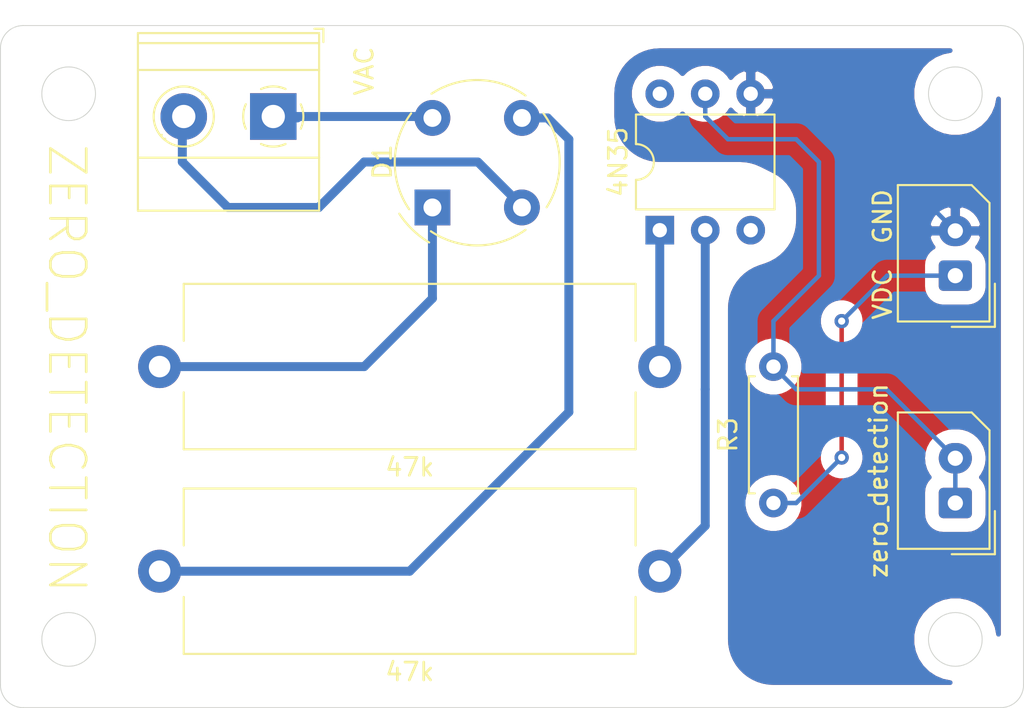
<source format=kicad_pcb>
(kicad_pcb (version 20171130) (host pcbnew "(5.1.8)-1")

  (general
    (thickness 1.6)
    (drawings 14)
    (tracks 43)
    (zones 0)
    (modules 8)
    (nets 12)
  )

  (page A4)
  (layers
    (0 F.Cu signal)
    (31 B.Cu signal)
    (32 B.Adhes user)
    (33 F.Adhes user)
    (34 B.Paste user)
    (35 F.Paste user)
    (36 B.SilkS user)
    (37 F.SilkS user)
    (38 B.Mask user)
    (39 F.Mask user)
    (40 Dwgs.User user)
    (41 Cmts.User user)
    (42 Eco1.User user)
    (43 Eco2.User user)
    (44 Edge.Cuts user)
    (45 Margin user)
    (46 B.CrtYd user)
    (47 F.CrtYd user)
    (48 B.Fab user)
    (49 F.Fab user)
  )

  (setup
    (last_trace_width 0.5)
    (trace_clearance 0.2)
    (zone_clearance 0.762)
    (zone_45_only no)
    (trace_min 0.2)
    (via_size 0.8)
    (via_drill 0.4)
    (via_min_size 0.4)
    (via_min_drill 0.3)
    (uvia_size 0.3)
    (uvia_drill 0.1)
    (uvias_allowed no)
    (uvia_min_size 0.2)
    (uvia_min_drill 0.1)
    (edge_width 0.05)
    (segment_width 0.2)
    (pcb_text_width 0.3)
    (pcb_text_size 1.5 1.5)
    (mod_edge_width 0.12)
    (mod_text_size 1 1)
    (mod_text_width 0.15)
    (pad_size 1.524 1.524)
    (pad_drill 0.762)
    (pad_to_mask_clearance 0)
    (aux_axis_origin 0 0)
    (visible_elements 7FFFFFFF)
    (pcbplotparams
      (layerselection 0x010fc_ffffffff)
      (usegerberextensions false)
      (usegerberattributes true)
      (usegerberadvancedattributes true)
      (creategerberjobfile true)
      (excludeedgelayer true)
      (linewidth 0.100000)
      (plotframeref false)
      (viasonmask false)
      (mode 1)
      (useauxorigin false)
      (hpglpennumber 1)
      (hpglpenspeed 20)
      (hpglpendiameter 15.000000)
      (psnegative false)
      (psa4output false)
      (plotreference true)
      (plotvalue true)
      (plotinvisibletext false)
      (padsonsilk false)
      (subtractmaskfromsilk false)
      (outputformat 1)
      (mirror false)
      (drillshape 0)
      (scaleselection 1)
      (outputdirectory "C:/Users/hjpark/Documents/kiCad/heating/final_edge/gerber_final/zero_detection/"))
  )

  (net 0 "")
  (net 1 "Net-(D1-Pad1)")
  (net 2 "Net-(D1-Pad3)")
  (net 3 "Net-(D1-Pad2)")
  (net 4 "Net-(D1-Pad4)")
  (net 5 "Net-(J2-Pad1)")
  (net 6 "Net-(J3-Pad1)")
  (net 7 "Net-(R1-Pad1)")
  (net 8 "Net-(R2-Pad1)")
  (net 9 "Net-(U1-Pad6)")
  (net 10 "Net-(U1-Pad3)")
  (net 11 GNDS)

  (net_class Default "This is the default net class."
    (clearance 0.2)
    (trace_width 0.5)
    (via_dia 0.8)
    (via_drill 0.4)
    (uvia_dia 0.3)
    (uvia_drill 0.1)
    (add_net GNDS)
    (add_net "Net-(D1-Pad1)")
    (add_net "Net-(D1-Pad2)")
    (add_net "Net-(D1-Pad3)")
    (add_net "Net-(D1-Pad4)")
    (add_net "Net-(J2-Pad1)")
    (add_net "Net-(J3-Pad1)")
    (add_net "Net-(R1-Pad1)")
    (add_net "Net-(R2-Pad1)")
    (add_net "Net-(U1-Pad3)")
    (add_net "Net-(U1-Pad6)")
  )

  (module Connector_Molex:Molex_SPOX_5267-02A_1x02_P2.50mm_Vertical (layer F.Cu) (tedit 5B7833F7) (tstamp 60198DAE)
    (at 158.75 67.31 90)
    (descr "Molex SPOX Connector System, 5267-02A, 2 Pins per row (http://www.molex.com/pdm_docs/sd/022035035_sd.pdf), generated with kicad-footprint-generator")
    (tags "connector Molex SPOX side entry")
    (path /6017EED1)
    (fp_text reference zero_detection (at 1.25 -4.3 90) (layer F.SilkS)
      (effects (font (size 1 1) (thickness 0.15)))
    )
    (fp_text value zero_detection (at 1.25 3 90) (layer F.Fab)
      (effects (font (size 1 1) (thickness 0.15)))
    )
    (fp_line (start -2.45 -3.1) (end -2.45 1.8) (layer F.Fab) (width 0.1))
    (fp_line (start -2.45 1.8) (end 3.95 1.8) (layer F.Fab) (width 0.1))
    (fp_line (start 3.95 1.8) (end 4.95 0.8) (layer F.Fab) (width 0.1))
    (fp_line (start 4.95 0.8) (end 4.95 -3.1) (layer F.Fab) (width 0.1))
    (fp_line (start 4.95 -3.1) (end -2.45 -3.1) (layer F.Fab) (width 0.1))
    (fp_line (start -2.56 -3.21) (end -2.56 1.91) (layer F.SilkS) (width 0.12))
    (fp_line (start -2.56 1.91) (end 4.06 1.91) (layer F.SilkS) (width 0.12))
    (fp_line (start 4.06 1.91) (end 5.06 0.91) (layer F.SilkS) (width 0.12))
    (fp_line (start 5.06 0.91) (end 5.06 -3.21) (layer F.SilkS) (width 0.12))
    (fp_line (start 5.06 -3.21) (end -2.56 -3.21) (layer F.SilkS) (width 0.12))
    (fp_line (start -2.86 -0.2) (end -2.86 2.21) (layer F.SilkS) (width 0.12))
    (fp_line (start -2.86 2.21) (end -0.45 2.21) (layer F.SilkS) (width 0.12))
    (fp_line (start -0.5 1.8) (end 0 1.092893) (layer F.Fab) (width 0.1))
    (fp_line (start 0 1.092893) (end 0.5 1.8) (layer F.Fab) (width 0.1))
    (fp_line (start -2.95 -3.6) (end -2.95 2.3) (layer F.CrtYd) (width 0.05))
    (fp_line (start -2.95 2.3) (end 4.45 2.3) (layer F.CrtYd) (width 0.05))
    (fp_line (start 4.45 2.3) (end 5.45 1.3) (layer F.CrtYd) (width 0.05))
    (fp_line (start 5.45 1.3) (end 5.45 -3.6) (layer F.CrtYd) (width 0.05))
    (fp_line (start 5.45 -3.6) (end -2.95 -3.6) (layer F.CrtYd) (width 0.05))
    (fp_text user %R (at 1.25 -2.4 90) (layer F.Fab)
      (effects (font (size 1 1) (thickness 0.15)))
    )
    (pad 2 thru_hole oval (at 2.5 0 90) (size 1.7 1.85) (drill 0.85) (layers *.Cu *.Mask)
      (net 6 "Net-(J3-Pad1)"))
    (pad 1 thru_hole roundrect (at 0 0 90) (size 1.7 1.85) (drill 0.85) (layers *.Cu *.Mask) (roundrect_rratio 0.1470588235294118)
      (net 6 "Net-(J3-Pad1)"))
    (model ${KISYS3DMOD}/Connector_Molex.3dshapes/Molex_SPOX_5267-02A_1x02_P2.50mm_Vertical.wrl
      (at (xyz 0 0 0))
      (scale (xyz 1 1 1))
      (rotate (xyz 0 0 0))
    )
  )

  (module Connector_Molex:Molex_SPOX_5267-02A_1x02_P2.50mm_Vertical (layer F.Cu) (tedit 5B7833F7) (tstamp 60198D82)
    (at 158.75 54.61 90)
    (descr "Molex SPOX Connector System, 5267-02A, 2 Pins per row (http://www.molex.com/pdm_docs/sd/022035035_sd.pdf), generated with kicad-footprint-generator")
    (tags "connector Molex SPOX side entry")
    (path /6017E619)
    (fp_text reference VDC (at -1.016 -4.064 90) (layer F.SilkS)
      (effects (font (size 1 1) (thickness 0.15)))
    )
    (fp_text value VDC (at 1.25 3 90) (layer F.Fab)
      (effects (font (size 1 1) (thickness 0.15)))
    )
    (fp_line (start -2.45 -3.1) (end -2.45 1.8) (layer F.Fab) (width 0.1))
    (fp_line (start -2.45 1.8) (end 3.95 1.8) (layer F.Fab) (width 0.1))
    (fp_line (start 3.95 1.8) (end 4.95 0.8) (layer F.Fab) (width 0.1))
    (fp_line (start 4.95 0.8) (end 4.95 -3.1) (layer F.Fab) (width 0.1))
    (fp_line (start 4.95 -3.1) (end -2.45 -3.1) (layer F.Fab) (width 0.1))
    (fp_line (start -2.56 -3.21) (end -2.56 1.91) (layer F.SilkS) (width 0.12))
    (fp_line (start -2.56 1.91) (end 4.06 1.91) (layer F.SilkS) (width 0.12))
    (fp_line (start 4.06 1.91) (end 5.06 0.91) (layer F.SilkS) (width 0.12))
    (fp_line (start 5.06 0.91) (end 5.06 -3.21) (layer F.SilkS) (width 0.12))
    (fp_line (start 5.06 -3.21) (end -2.56 -3.21) (layer F.SilkS) (width 0.12))
    (fp_line (start -2.86 -0.2) (end -2.86 2.21) (layer F.SilkS) (width 0.12))
    (fp_line (start -2.86 2.21) (end -0.45 2.21) (layer F.SilkS) (width 0.12))
    (fp_line (start -0.5 1.8) (end 0 1.092893) (layer F.Fab) (width 0.1))
    (fp_line (start 0 1.092893) (end 0.5 1.8) (layer F.Fab) (width 0.1))
    (fp_line (start -2.95 -3.6) (end -2.95 2.3) (layer F.CrtYd) (width 0.05))
    (fp_line (start -2.95 2.3) (end 4.45 2.3) (layer F.CrtYd) (width 0.05))
    (fp_line (start 4.45 2.3) (end 5.45 1.3) (layer F.CrtYd) (width 0.05))
    (fp_line (start 5.45 1.3) (end 5.45 -3.6) (layer F.CrtYd) (width 0.05))
    (fp_line (start 5.45 -3.6) (end -2.95 -3.6) (layer F.CrtYd) (width 0.05))
    (fp_text user %R (at 1.25 -2.4 90) (layer F.Fab)
      (effects (font (size 1 1) (thickness 0.15)))
    )
    (pad 2 thru_hole oval (at 2.5 0 90) (size 1.7 1.85) (drill 0.85) (layers *.Cu *.Mask)
      (net 11 GNDS))
    (pad 1 thru_hole roundrect (at 0 0 90) (size 1.7 1.85) (drill 0.85) (layers *.Cu *.Mask) (roundrect_rratio 0.1470588235294118)
      (net 5 "Net-(J2-Pad1)"))
    (model ${KISYS3DMOD}/Connector_Molex.3dshapes/Molex_SPOX_5267-02A_1x02_P2.50mm_Vertical.wrl
      (at (xyz 0 0 0))
      (scale (xyz 1 1 1))
      (rotate (xyz 0 0 0))
    )
  )

  (module Diode_THT:Diode_Bridge_Round_D9.0mm (layer F.Cu) (tedit 5A4E75FD) (tstamp 601A0140)
    (at 129.54 50.8 90)
    (descr "4-lead round diode bridge package, diameter 9.0mm, pin pitch 5.0mm, see https://diotec.com/tl_files/diotec/files/pdf/datasheets/b40r.pdf")
    (tags "diode bridge 9.0mm 8.85mm WOB pitch 5.0mm")
    (path /601B7CD5)
    (fp_text reference D1 (at 2.54 -2.794 90) (layer F.SilkS)
      (effects (font (size 1 1) (thickness 0.15)))
    )
    (fp_text value D_Bridge_+A-A (at 2.794 8.128 90) (layer F.Fab)
      (effects (font (size 1 1) (thickness 0.15)))
    )
    (fp_circle (center 2.5 2.5) (end -1.3 -1.2) (layer F.CrtYd) (width 0.05))
    (fp_arc (start 2.5 2.5) (end -2 2.5) (angle 360) (layer F.Fab) (width 0.12))
    (fp_arc (start 2.5 2.5) (end -0.1 -1.3) (angle 71.12781967) (layer F.SilkS) (width 0.12))
    (fp_arc (start 2.5 2.5) (end 6.35 -0.05) (angle 69.27189832) (layer F.SilkS) (width 0.12))
    (fp_arc (start 2.5 2.5) (end 5.25 6.2) (angle 69.33515029) (layer F.SilkS) (width 0.12))
    (fp_text user %R (at 2.5 2.5 90) (layer F.Fab)
      (effects (font (size 1 1) (thickness 0.15)))
    )
    (fp_arc (start 2.5 2.5) (end -1.25 5.2) (angle 69.7860092) (layer F.SilkS) (width 0.12))
    (fp_arc (start 2.5 2.5) (end -0.35 -1.85) (angle -25.7) (layer F.SilkS) (width 0.12))
    (pad 1 thru_hole rect (at 0 0 90) (size 2 2) (drill 1) (layers *.Cu *.Mask)
      (net 1 "Net-(D1-Pad1)"))
    (pad 3 thru_hole oval (at 5 5 90) (size 2 2) (drill 1) (layers *.Cu *.Mask)
      (net 2 "Net-(D1-Pad3)"))
    (pad 2 thru_hole oval (at 0 5 90) (size 2 2) (drill 1) (layers *.Cu *.Mask)
      (net 3 "Net-(D1-Pad2)"))
    (pad 4 thru_hole oval (at 5 0 90) (size 2 2) (drill 1) (layers *.Cu *.Mask)
      (net 4 "Net-(D1-Pad4)"))
    (model ${KISYS3DMOD}/Diode_THT.3dshapes/Diode_Bridge_Round_D9.0mm.wrl
      (at (xyz 0 0 0))
      (scale (xyz 1 1 1))
      (rotate (xyz 0 0 0))
    )
  )

  (module Resistor_THT:R_Axial_DIN0207_L6.3mm_D2.5mm_P7.62mm_Horizontal (layer F.Cu) (tedit 5AE5139B) (tstamp 60198DEB)
    (at 148.59 67.31 90)
    (descr "Resistor, Axial_DIN0207 series, Axial, Horizontal, pin pitch=7.62mm, 0.25W = 1/4W, length*diameter=6.3*2.5mm^2, http://cdn-reichelt.de/documents/datenblatt/B400/1_4W%23YAG.pdf")
    (tags "Resistor Axial_DIN0207 series Axial Horizontal pin pitch 7.62mm 0.25W = 1/4W length 6.3mm diameter 2.5mm")
    (path /6017753A)
    (fp_text reference R3 (at 3.81 -2.54 90) (layer F.SilkS)
      (effects (font (size 1 1) (thickness 0.15)))
    )
    (fp_text value 1k (at 1.27 2.37 90) (layer F.Fab)
      (effects (font (size 1 1) (thickness 0.15)))
    )
    (fp_line (start 8.67 -1.5) (end -1.05 -1.5) (layer F.CrtYd) (width 0.05))
    (fp_line (start 8.67 1.5) (end 8.67 -1.5) (layer F.CrtYd) (width 0.05))
    (fp_line (start -1.05 1.5) (end 8.67 1.5) (layer F.CrtYd) (width 0.05))
    (fp_line (start -1.05 -1.5) (end -1.05 1.5) (layer F.CrtYd) (width 0.05))
    (fp_line (start 7.08 1.37) (end 7.08 1.04) (layer F.SilkS) (width 0.12))
    (fp_line (start 0.54 1.37) (end 7.08 1.37) (layer F.SilkS) (width 0.12))
    (fp_line (start 0.54 1.04) (end 0.54 1.37) (layer F.SilkS) (width 0.12))
    (fp_line (start 7.08 -1.37) (end 7.08 -1.04) (layer F.SilkS) (width 0.12))
    (fp_line (start 0.54 -1.37) (end 7.08 -1.37) (layer F.SilkS) (width 0.12))
    (fp_line (start 0.54 -1.04) (end 0.54 -1.37) (layer F.SilkS) (width 0.12))
    (fp_line (start 7.62 0) (end 6.96 0) (layer F.Fab) (width 0.1))
    (fp_line (start 0 0) (end 0.66 0) (layer F.Fab) (width 0.1))
    (fp_line (start 6.96 -1.25) (end 0.66 -1.25) (layer F.Fab) (width 0.1))
    (fp_line (start 6.96 1.25) (end 6.96 -1.25) (layer F.Fab) (width 0.1))
    (fp_line (start 0.66 1.25) (end 6.96 1.25) (layer F.Fab) (width 0.1))
    (fp_line (start 0.66 -1.25) (end 0.66 1.25) (layer F.Fab) (width 0.1))
    (fp_text user %R (at 1.27 -2.37 90) (layer F.Fab)
      (effects (font (size 1 1) (thickness 0.15)))
    )
    (pad 2 thru_hole oval (at 7.62 0 90) (size 1.6 1.6) (drill 0.8) (layers *.Cu *.Mask)
      (net 6 "Net-(J3-Pad1)"))
    (pad 1 thru_hole circle (at 0 0 90) (size 1.6 1.6) (drill 0.8) (layers *.Cu *.Mask)
      (net 5 "Net-(J2-Pad1)"))
    (model ${KISYS3DMOD}/Resistor_THT.3dshapes/R_Axial_DIN0207_L6.3mm_D2.5mm_P7.62mm_Horizontal.wrl
      (at (xyz 0 0 0))
      (scale (xyz 1 1 1))
      (rotate (xyz 0 0 0))
    )
  )

  (module Package_DIP:DIP-6_W7.62mm (layer F.Cu) (tedit 5A02E8C5) (tstamp 60198E05)
    (at 142.24 52.07 90)
    (descr "6-lead though-hole mounted DIP package, row spacing 7.62 mm (300 mils)")
    (tags "THT DIP DIL PDIP 2.54mm 7.62mm 300mil")
    (path /6016FB2C)
    (fp_text reference 4N35 (at 3.81 -2.33 90) (layer F.SilkS)
      (effects (font (size 1 1) (thickness 0.15)))
    )
    (fp_text value 4N35 (at 3.81 7.41 90) (layer F.Fab)
      (effects (font (size 1 1) (thickness 0.15)))
    )
    (fp_line (start 8.7 -1.55) (end -1.1 -1.55) (layer F.CrtYd) (width 0.05))
    (fp_line (start 8.7 6.6) (end 8.7 -1.55) (layer F.CrtYd) (width 0.05))
    (fp_line (start -1.1 6.6) (end 8.7 6.6) (layer F.CrtYd) (width 0.05))
    (fp_line (start -1.1 -1.55) (end -1.1 6.6) (layer F.CrtYd) (width 0.05))
    (fp_line (start 6.46 -1.33) (end 4.81 -1.33) (layer F.SilkS) (width 0.12))
    (fp_line (start 6.46 6.41) (end 6.46 -1.33) (layer F.SilkS) (width 0.12))
    (fp_line (start 1.16 6.41) (end 6.46 6.41) (layer F.SilkS) (width 0.12))
    (fp_line (start 1.16 -1.33) (end 1.16 6.41) (layer F.SilkS) (width 0.12))
    (fp_line (start 2.81 -1.33) (end 1.16 -1.33) (layer F.SilkS) (width 0.12))
    (fp_line (start 0.635 -0.27) (end 1.635 -1.27) (layer F.Fab) (width 0.1))
    (fp_line (start 0.635 6.35) (end 0.635 -0.27) (layer F.Fab) (width 0.1))
    (fp_line (start 6.985 6.35) (end 0.635 6.35) (layer F.Fab) (width 0.1))
    (fp_line (start 6.985 -1.27) (end 6.985 6.35) (layer F.Fab) (width 0.1))
    (fp_line (start 1.635 -1.27) (end 6.985 -1.27) (layer F.Fab) (width 0.1))
    (fp_text user %R (at 3.81 2.54 90) (layer F.Fab)
      (effects (font (size 1 1) (thickness 0.15)))
    )
    (fp_arc (start 3.81 -1.33) (end 2.81 -1.33) (angle -180) (layer F.SilkS) (width 0.12))
    (pad 6 thru_hole oval (at 7.62 0 90) (size 1.6 1.6) (drill 0.8) (layers *.Cu *.Mask)
      (net 9 "Net-(U1-Pad6)"))
    (pad 3 thru_hole oval (at 0 5.08 90) (size 1.6 1.6) (drill 0.8) (layers *.Cu *.Mask)
      (net 10 "Net-(U1-Pad3)"))
    (pad 5 thru_hole oval (at 7.62 2.54 90) (size 1.6 1.6) (drill 0.8) (layers *.Cu *.Mask)
      (net 6 "Net-(J3-Pad1)"))
    (pad 2 thru_hole oval (at 0 2.54 90) (size 1.6 1.6) (drill 0.8) (layers *.Cu *.Mask)
      (net 8 "Net-(R2-Pad1)"))
    (pad 4 thru_hole oval (at 7.62 5.08 90) (size 1.6 1.6) (drill 0.8) (layers *.Cu *.Mask)
      (net 11 GNDS))
    (pad 1 thru_hole rect (at 0 0 90) (size 1.6 1.6) (drill 0.8) (layers *.Cu *.Mask)
      (net 7 "Net-(R1-Pad1)"))
    (model ${KISYS3DMOD}/Package_DIP.3dshapes/DIP-6_W7.62mm.wrl
      (at (xyz 0 0 0))
      (scale (xyz 1 1 1))
      (rotate (xyz 0 0 0))
    )
  )

  (module Resistor_THT:R_Axial_Power_L25.0mm_W9.0mm_P27.94mm (layer F.Cu) (tedit 5AE5139B) (tstamp 60198DDC)
    (at 142.24 71.12 180)
    (descr "Resistor, Axial_Power series, Box, pin pitch=27.94mm, 7W, length*width*height=25*9*9mm^3, http://cdn-reichelt.de/documents/datenblatt/B400/5WAXIAL_9WAXIAL_11WAXIAL_17WAXIAL%23YAG.pdf")
    (tags "Resistor Axial_Power series Box pin pitch 27.94mm 7W length 25mm width 9mm height 9mm")
    (path /60173376)
    (fp_text reference 47k (at 13.97 -5.62) (layer F.SilkS)
      (effects (font (size 1 1) (thickness 0.15)))
    )
    (fp_text value 47k (at 13.97 5.62) (layer F.Fab)
      (effects (font (size 1 1) (thickness 0.15)))
    )
    (fp_line (start 29.39 -4.75) (end -1.45 -4.75) (layer F.CrtYd) (width 0.05))
    (fp_line (start 29.39 4.75) (end 29.39 -4.75) (layer F.CrtYd) (width 0.05))
    (fp_line (start -1.45 4.75) (end 29.39 4.75) (layer F.CrtYd) (width 0.05))
    (fp_line (start -1.45 -4.75) (end -1.45 4.75) (layer F.CrtYd) (width 0.05))
    (fp_line (start 26.59 4.62) (end 26.59 1.44) (layer F.SilkS) (width 0.12))
    (fp_line (start 1.35 4.62) (end 26.59 4.62) (layer F.SilkS) (width 0.12))
    (fp_line (start 1.35 1.44) (end 1.35 4.62) (layer F.SilkS) (width 0.12))
    (fp_line (start 26.59 -4.62) (end 26.59 -1.44) (layer F.SilkS) (width 0.12))
    (fp_line (start 1.35 -4.62) (end 26.59 -4.62) (layer F.SilkS) (width 0.12))
    (fp_line (start 1.35 -1.44) (end 1.35 -4.62) (layer F.SilkS) (width 0.12))
    (fp_line (start 27.94 0) (end 26.47 0) (layer F.Fab) (width 0.1))
    (fp_line (start 0 0) (end 1.47 0) (layer F.Fab) (width 0.1))
    (fp_line (start 26.47 -4.5) (end 1.47 -4.5) (layer F.Fab) (width 0.1))
    (fp_line (start 26.47 4.5) (end 26.47 -4.5) (layer F.Fab) (width 0.1))
    (fp_line (start 1.47 4.5) (end 26.47 4.5) (layer F.Fab) (width 0.1))
    (fp_line (start 1.47 -4.5) (end 1.47 4.5) (layer F.Fab) (width 0.1))
    (fp_text user %R (at 13.97 0) (layer F.Fab)
      (effects (font (size 1 1) (thickness 0.15)))
    )
    (pad 2 thru_hole oval (at 27.94 0 180) (size 2.4 2.4) (drill 1.2) (layers *.Cu *.Mask)
      (net 2 "Net-(D1-Pad3)"))
    (pad 1 thru_hole circle (at 0 0 180) (size 2.4 2.4) (drill 1.2) (layers *.Cu *.Mask)
      (net 8 "Net-(R2-Pad1)"))
    (model ${KISYS3DMOD}/Resistor_THT.3dshapes/R_Axial_Power_L25.0mm_W9.0mm_P27.94mm.wrl
      (at (xyz 0 0 0))
      (scale (xyz 1 1 1))
      (rotate (xyz 0 0 0))
    )
  )

  (module Resistor_THT:R_Axial_Power_L25.0mm_W9.0mm_P27.94mm (layer F.Cu) (tedit 5AE5139B) (tstamp 60198DC5)
    (at 142.24 59.69 180)
    (descr "Resistor, Axial_Power series, Box, pin pitch=27.94mm, 7W, length*width*height=25*9*9mm^3, http://cdn-reichelt.de/documents/datenblatt/B400/5WAXIAL_9WAXIAL_11WAXIAL_17WAXIAL%23YAG.pdf")
    (tags "Resistor Axial_Power series Box pin pitch 27.94mm 7W length 25mm width 9mm height 9mm")
    (path /60172165)
    (fp_text reference 47k (at 13.97 -5.62) (layer F.SilkS)
      (effects (font (size 1 1) (thickness 0.15)))
    )
    (fp_text value 47k (at 13.97 5.62) (layer F.Fab)
      (effects (font (size 1 1) (thickness 0.15)))
    )
    (fp_line (start 29.39 -4.75) (end -1.45 -4.75) (layer F.CrtYd) (width 0.05))
    (fp_line (start 29.39 4.75) (end 29.39 -4.75) (layer F.CrtYd) (width 0.05))
    (fp_line (start -1.45 4.75) (end 29.39 4.75) (layer F.CrtYd) (width 0.05))
    (fp_line (start -1.45 -4.75) (end -1.45 4.75) (layer F.CrtYd) (width 0.05))
    (fp_line (start 26.59 4.62) (end 26.59 1.44) (layer F.SilkS) (width 0.12))
    (fp_line (start 1.35 4.62) (end 26.59 4.62) (layer F.SilkS) (width 0.12))
    (fp_line (start 1.35 1.44) (end 1.35 4.62) (layer F.SilkS) (width 0.12))
    (fp_line (start 26.59 -4.62) (end 26.59 -1.44) (layer F.SilkS) (width 0.12))
    (fp_line (start 1.35 -4.62) (end 26.59 -4.62) (layer F.SilkS) (width 0.12))
    (fp_line (start 1.35 -1.44) (end 1.35 -4.62) (layer F.SilkS) (width 0.12))
    (fp_line (start 27.94 0) (end 26.47 0) (layer F.Fab) (width 0.1))
    (fp_line (start 0 0) (end 1.47 0) (layer F.Fab) (width 0.1))
    (fp_line (start 26.47 -4.5) (end 1.47 -4.5) (layer F.Fab) (width 0.1))
    (fp_line (start 26.47 4.5) (end 26.47 -4.5) (layer F.Fab) (width 0.1))
    (fp_line (start 1.47 4.5) (end 26.47 4.5) (layer F.Fab) (width 0.1))
    (fp_line (start 1.47 -4.5) (end 1.47 4.5) (layer F.Fab) (width 0.1))
    (fp_text user %R (at 13.97 0) (layer F.Fab)
      (effects (font (size 1 1) (thickness 0.15)))
    )
    (pad 2 thru_hole oval (at 27.94 0 180) (size 2.4 2.4) (drill 1.2) (layers *.Cu *.Mask)
      (net 1 "Net-(D1-Pad1)"))
    (pad 1 thru_hole circle (at 0 0 180) (size 2.4 2.4) (drill 1.2) (layers *.Cu *.Mask)
      (net 7 "Net-(R1-Pad1)"))
    (model ${KISYS3DMOD}/Resistor_THT.3dshapes/R_Axial_Power_L25.0mm_W9.0mm_P27.94mm.wrl
      (at (xyz 0 0 0))
      (scale (xyz 1 1 1))
      (rotate (xyz 0 0 0))
    )
  )

  (module TerminalBlock_Phoenix:TerminalBlock_Phoenix_MKDS-1,5-2_1x02_P5.00mm_Horizontal (layer F.Cu) (tedit 5B294EE5) (tstamp 60198D56)
    (at 120.65 45.72 180)
    (descr "Terminal Block Phoenix MKDS-1,5-2, 2 pins, pitch 5mm, size 10x9.8mm^2, drill diamater 1.3mm, pad diameter 2.6mm, see http://www.farnell.com/datasheets/100425.pdf, script-generated using https://github.com/pointhi/kicad-footprint-generator/scripts/TerminalBlock_Phoenix")
    (tags "THT Terminal Block Phoenix MKDS-1,5-2 pitch 5mm size 10x9.8mm^2 drill 1.3mm pad 2.6mm")
    (path /6017BC07)
    (fp_text reference VAC (at -5.08 2.54 90) (layer F.SilkS)
      (effects (font (size 1 1) (thickness 0.15)))
    )
    (fp_text value VAC (at 2.5 5.66) (layer F.Fab)
      (effects (font (size 1 1) (thickness 0.15)))
    )
    (fp_line (start 8 -5.71) (end -3 -5.71) (layer F.CrtYd) (width 0.05))
    (fp_line (start 8 5.1) (end 8 -5.71) (layer F.CrtYd) (width 0.05))
    (fp_line (start -3 5.1) (end 8 5.1) (layer F.CrtYd) (width 0.05))
    (fp_line (start -3 -5.71) (end -3 5.1) (layer F.CrtYd) (width 0.05))
    (fp_line (start -2.8 4.9) (end -2.3 4.9) (layer F.SilkS) (width 0.12))
    (fp_line (start -2.8 4.16) (end -2.8 4.9) (layer F.SilkS) (width 0.12))
    (fp_line (start 3.773 1.023) (end 3.726 1.069) (layer F.SilkS) (width 0.12))
    (fp_line (start 6.07 -1.275) (end 6.035 -1.239) (layer F.SilkS) (width 0.12))
    (fp_line (start 3.966 1.239) (end 3.931 1.274) (layer F.SilkS) (width 0.12))
    (fp_line (start 6.275 -1.069) (end 6.228 -1.023) (layer F.SilkS) (width 0.12))
    (fp_line (start 5.955 -1.138) (end 3.863 0.955) (layer F.Fab) (width 0.1))
    (fp_line (start 6.138 -0.955) (end 4.046 1.138) (layer F.Fab) (width 0.1))
    (fp_line (start 0.955 -1.138) (end -1.138 0.955) (layer F.Fab) (width 0.1))
    (fp_line (start 1.138 -0.955) (end -0.955 1.138) (layer F.Fab) (width 0.1))
    (fp_line (start 7.56 -5.261) (end 7.56 4.66) (layer F.SilkS) (width 0.12))
    (fp_line (start -2.56 -5.261) (end -2.56 4.66) (layer F.SilkS) (width 0.12))
    (fp_line (start -2.56 4.66) (end 7.56 4.66) (layer F.SilkS) (width 0.12))
    (fp_line (start -2.56 -5.261) (end 7.56 -5.261) (layer F.SilkS) (width 0.12))
    (fp_line (start -2.56 -2.301) (end 7.56 -2.301) (layer F.SilkS) (width 0.12))
    (fp_line (start -2.5 -2.3) (end 7.5 -2.3) (layer F.Fab) (width 0.1))
    (fp_line (start -2.56 2.6) (end 7.56 2.6) (layer F.SilkS) (width 0.12))
    (fp_line (start -2.5 2.6) (end 7.5 2.6) (layer F.Fab) (width 0.1))
    (fp_line (start -2.56 4.1) (end 7.56 4.1) (layer F.SilkS) (width 0.12))
    (fp_line (start -2.5 4.1) (end 7.5 4.1) (layer F.Fab) (width 0.1))
    (fp_line (start -2.5 4.1) (end -2.5 -5.2) (layer F.Fab) (width 0.1))
    (fp_line (start -2 4.6) (end -2.5 4.1) (layer F.Fab) (width 0.1))
    (fp_line (start 7.5 4.6) (end -2 4.6) (layer F.Fab) (width 0.1))
    (fp_line (start 7.5 -5.2) (end 7.5 4.6) (layer F.Fab) (width 0.1))
    (fp_line (start -2.5 -5.2) (end 7.5 -5.2) (layer F.Fab) (width 0.1))
    (fp_circle (center 5 0) (end 6.68 0) (layer F.SilkS) (width 0.12))
    (fp_circle (center 5 0) (end 6.5 0) (layer F.Fab) (width 0.1))
    (fp_circle (center 0 0) (end 1.5 0) (layer F.Fab) (width 0.1))
    (fp_text user %R (at 2.5 3.2) (layer F.Fab)
      (effects (font (size 1 1) (thickness 0.15)))
    )
    (fp_arc (start 0 0) (end -0.684 1.535) (angle -25) (layer F.SilkS) (width 0.12))
    (fp_arc (start 0 0) (end -1.535 -0.684) (angle -48) (layer F.SilkS) (width 0.12))
    (fp_arc (start 0 0) (end 0.684 -1.535) (angle -48) (layer F.SilkS) (width 0.12))
    (fp_arc (start 0 0) (end 1.535 0.684) (angle -48) (layer F.SilkS) (width 0.12))
    (fp_arc (start 0 0) (end 0 1.68) (angle -24) (layer F.SilkS) (width 0.12))
    (pad 2 thru_hole circle (at 5 0 180) (size 2.6 2.6) (drill 1.3) (layers *.Cu *.Mask)
      (net 3 "Net-(D1-Pad2)"))
    (pad 1 thru_hole rect (at 0 0 180) (size 2.6 2.6) (drill 1.3) (layers *.Cu *.Mask)
      (net 4 "Net-(D1-Pad4)"))
    (model ${KISYS3DMOD}/TerminalBlock_Phoenix.3dshapes/TerminalBlock_Phoenix_MKDS-1,5-2_1x02_P5.00mm_Horizontal.wrl
      (at (xyz 0 0 0))
      (scale (xyz 1 1 1))
      (rotate (xyz 0 0 0))
    )
  )

  (gr_text ZERO_DETECTION (at 109.1184 59.7916 270) (layer F.SilkS)
    (effects (font (size 2 2) (thickness 0.15)))
  )
  (gr_text GND (at 154.686 51.308 90) (layer F.SilkS)
    (effects (font (size 1 1) (thickness 0.15)))
  )
  (gr_line (start 106.68 78.74) (end 161.29 78.74) (layer Edge.Cuts) (width 0.05) (tstamp 6019A6E3))
  (gr_line (start 161.29 40.64) (end 106.68 40.64) (layer Edge.Cuts) (width 0.05) (tstamp 6019A6E2))
  (gr_arc (start 161.29 77.47) (end 161.29 78.74) (angle -90) (layer Edge.Cuts) (width 0.05))
  (gr_arc (start 106.68 77.47) (end 105.41 77.47) (angle -90) (layer Edge.Cuts) (width 0.05))
  (gr_circle (center 109.22 74.93) (end 110.72 74.93) (layer Edge.Cuts) (width 0.05))
  (gr_circle (center 158.75 74.93) (end 160.25 74.93) (layer Edge.Cuts) (width 0.05))
  (gr_circle (center 158.75 44.45) (end 160.25 44.45) (layer Edge.Cuts) (width 0.05))
  (gr_circle (center 109.22 44.45) (end 110.72 44.45) (layer Edge.Cuts) (width 0.05))
  (gr_line (start 105.41 77.47) (end 105.41 41.91) (layer Edge.Cuts) (width 0.05) (tstamp 6019A00F))
  (gr_line (start 162.56 41.91) (end 162.56 77.47) (layer Edge.Cuts) (width 0.05) (tstamp 6019A00D))
  (gr_arc (start 106.68 41.91) (end 106.68 40.64) (angle -90) (layer Edge.Cuts) (width 0.05))
  (gr_arc (start 161.29 41.91) (end 162.56 41.91) (angle -90) (layer Edge.Cuts) (width 0.05))

  (segment (start 129.54 50.8) (end 129.54 55.88) (width 0.5) (layer B.Cu) (net 1))
  (segment (start 129.54 55.88) (end 125.73 59.69) (width 0.5) (layer B.Cu) (net 1))
  (segment (start 125.73 59.69) (end 114.3 59.69) (width 0.5) (layer B.Cu) (net 1))
  (segment (start 134.54 45.8) (end 135.97 45.8) (width 0.5) (layer B.Cu) (net 2))
  (segment (start 135.97 45.8) (end 137.16 46.99) (width 0.5) (layer B.Cu) (net 2))
  (segment (start 137.16 46.99) (end 137.16 62.23) (width 0.5) (layer B.Cu) (net 2))
  (segment (start 128.27 71.12) (end 114.3 71.12) (width 0.5) (layer B.Cu) (net 2))
  (segment (start 137.16 62.23) (end 128.27 71.12) (width 0.5) (layer B.Cu) (net 2))
  (segment (start 125.73 48.26) (end 132 48.26) (width 0.5) (layer B.Cu) (net 3))
  (segment (start 132.08 48.26) (end 134.62 50.8) (width 0.5) (layer B.Cu) (net 3))
  (segment (start 115.57 45.64) (end 115.57 48.26) (width 0.5) (layer B.Cu) (net 3))
  (segment (start 115.57 48.26) (end 118.03 50.72) (width 0.5) (layer B.Cu) (net 3))
  (segment (start 118.11 50.8) (end 123.19 50.8) (width 0.5) (layer B.Cu) (net 3))
  (segment (start 125.73 48.26) (end 123.19 50.8) (width 0.5) (layer B.Cu) (net 3))
  (segment (start 122 45.8) (end 121.92 45.72) (width 0.5) (layer B.Cu) (net 4))
  (segment (start 129.46 45.72) (end 129.54 45.8) (width 0.5) (layer B.Cu) (net 4))
  (segment (start 120.65 45.72) (end 129.46 45.72) (width 0.5) (layer B.Cu) (net 4))
  (segment (start 148.59 67.31) (end 149.86 67.31) (width 0.25) (layer B.Cu) (net 5))
  (segment (start 149.86 67.31) (end 152.4 64.77) (width 0.25) (layer B.Cu) (net 5))
  (segment (start 152.4 64.77) (end 152.4 64.77) (width 0.25) (layer B.Cu) (net 5) (tstamp 601A0AA8))
  (via (at 152.4 64.77) (size 0.8) (drill 0.4) (layers F.Cu B.Cu) (net 5))
  (segment (start 152.4 57.15) (end 152.4 57.15) (width 0.25) (layer B.Cu) (net 5) (tstamp 601A0AC1))
  (via (at 152.4 57.15) (size 0.8) (drill 0.4) (layers F.Cu B.Cu) (net 5))
  (segment (start 152.4 57.15) (end 152.4 64.77) (width 0.25) (layer F.Cu) (net 5))
  (segment (start 154.94 54.61) (end 152.4 57.15) (width 0.25) (layer B.Cu) (net 5))
  (segment (start 158.75 54.61) (end 154.94 54.61) (width 0.25) (layer B.Cu) (net 5))
  (segment (start 148.59 59.69) (end 149.86 60.96) (width 0.25) (layer B.Cu) (net 6))
  (segment (start 148.59 59.69) (end 148.59 57.15) (width 0.25) (layer B.Cu) (net 6))
  (segment (start 151.13 54.61) (end 148.59 57.15) (width 0.25) (layer B.Cu) (net 6))
  (segment (start 144.78 44.45) (end 144.78 45.72) (width 0.25) (layer B.Cu) (net 6))
  (segment (start 144.78 45.72) (end 146.05 46.99) (width 0.25) (layer B.Cu) (net 6))
  (segment (start 146.05 46.99) (end 149.86 46.99) (width 0.25) (layer B.Cu) (net 6))
  (segment (start 149.86 46.99) (end 151.13 48.26) (width 0.25) (layer B.Cu) (net 6))
  (segment (start 151.13 48.26) (end 151.13 54.61) (width 0.25) (layer B.Cu) (net 6))
  (segment (start 158.75 67.31) (end 158.75 64.81) (width 0.25) (layer B.Cu) (net 6))
  (segment (start 154.9 60.96) (end 158.75 64.81) (width 0.25) (layer B.Cu) (net 6))
  (segment (start 149.86 60.96) (end 154.9 60.96) (width 0.25) (layer B.Cu) (net 6))
  (segment (start 142.24 59.69) (end 142.24 52.07) (width 0.5) (layer B.Cu) (net 7))
  (segment (start 144.78 68.58) (end 142.24 71.12) (width 0.5) (layer B.Cu) (net 8))
  (segment (start 144.78 60.96) (end 144.78 52.07) (width 0.5) (layer B.Cu) (net 8))
  (segment (start 144.78 68.58) (end 144.78 60.96) (width 0.5) (layer B.Cu) (net 8))
  (segment (start 151.09 44.45) (end 158.75 52.11) (width 0.25) (layer B.Cu) (net 11))
  (segment (start 147.32 44.45) (end 151.09 44.45) (width 0.25) (layer B.Cu) (net 11))

  (zone (net 11) (net_name GNDS) (layer B.Cu) (tstamp 60DC64F2) (hatch edge 0.508)
    (connect_pads (clearance 0.762))
    (min_thickness 0.254)
    (fill yes (arc_segments 32) (thermal_gap 0.508) (thermal_bridge_width 0.508) (smoothing fillet) (radius 2.54))
    (polygon
      (pts
        (xy 161.29 77.47) (xy 146.05 77.47) (xy 146.05 54.61) (xy 149.86 53.34) (xy 149.86 49.53)
        (xy 147.32 48.26) (xy 139.7 48.26) (xy 139.7 41.91) (xy 161.29 41.91)
      )
    )
    (filled_polygon
      (pts
        (xy 158.043447 42.120807) (xy 157.60262 42.303404) (xy 157.205887 42.568493) (xy 156.868493 42.905887) (xy 156.603404 43.30262)
        (xy 156.420807 43.743447) (xy 156.32772 44.211426) (xy 156.32772 44.688574) (xy 156.420807 45.156553) (xy 156.603404 45.59738)
        (xy 156.868493 45.994113) (xy 157.205887 46.331507) (xy 157.60262 46.596596) (xy 158.043447 46.779193) (xy 158.511426 46.87228)
        (xy 158.988574 46.87228) (xy 159.456553 46.779193) (xy 159.89738 46.596596) (xy 160.294113 46.331507) (xy 160.631507 45.994113)
        (xy 160.896596 45.59738) (xy 161.079193 45.156553) (xy 161.163 44.735228) (xy 161.163 74.644772) (xy 161.079193 74.223447)
        (xy 160.896596 73.78262) (xy 160.631507 73.385887) (xy 160.294113 73.048493) (xy 159.89738 72.783404) (xy 159.456553 72.600807)
        (xy 158.988574 72.50772) (xy 158.511426 72.50772) (xy 158.043447 72.600807) (xy 157.60262 72.783404) (xy 157.205887 73.048493)
        (xy 156.868493 73.385887) (xy 156.603404 73.78262) (xy 156.420807 74.223447) (xy 156.32772 74.691426) (xy 156.32772 75.168574)
        (xy 156.420807 75.636553) (xy 156.603404 76.07738) (xy 156.868493 76.474113) (xy 157.205887 76.811507) (xy 157.60262 77.076596)
        (xy 158.043447 77.259193) (xy 158.464772 77.343) (xy 148.593832 77.343) (xy 148.299179 77.325177) (xy 148.012588 77.272657)
        (xy 147.734414 77.185974) (xy 147.468733 77.066401) (xy 147.21939 76.915668) (xy 146.990045 76.735988) (xy 146.784012 76.529955)
        (xy 146.604332 76.30061) (xy 146.453599 76.051267) (xy 146.334026 75.785586) (xy 146.247343 75.507412) (xy 146.194823 75.220821)
        (xy 146.177 74.926168) (xy 146.177 67.143648) (xy 146.901 67.143648) (xy 146.901 67.476352) (xy 146.965908 67.802663)
        (xy 147.093228 68.110041) (xy 147.278068 68.386675) (xy 147.513325 68.621932) (xy 147.789959 68.806772) (xy 148.097337 68.934092)
        (xy 148.423648 68.999) (xy 148.756352 68.999) (xy 149.082663 68.934092) (xy 149.390041 68.806772) (xy 149.666675 68.621932)
        (xy 149.901932 68.386675) (xy 149.946205 68.320416) (xy 150.058779 68.309328) (xy 150.249918 68.251346) (xy 150.426074 68.157189)
        (xy 150.580475 68.030475) (xy 150.612232 67.991779) (xy 152.549496 66.054516) (xy 152.775987 66.009465) (xy 153.01057 65.912297)
        (xy 153.22169 65.771232) (xy 153.401232 65.59169) (xy 153.542297 65.38057) (xy 153.639465 65.145987) (xy 153.689 64.896955)
        (xy 153.689 64.643045) (xy 153.639465 64.394013) (xy 153.542297 64.15943) (xy 153.401232 63.94831) (xy 153.22169 63.768768)
        (xy 153.01057 63.627703) (xy 152.775987 63.530535) (xy 152.526955 63.481) (xy 152.273045 63.481) (xy 152.024013 63.530535)
        (xy 151.78943 63.627703) (xy 151.57831 63.768768) (xy 151.398768 63.94831) (xy 151.257703 64.15943) (xy 151.160535 64.394013)
        (xy 151.115484 64.620504) (xy 149.702298 66.033691) (xy 149.666675 65.998068) (xy 149.390041 65.813228) (xy 149.082663 65.685908)
        (xy 148.756352 65.621) (xy 148.423648 65.621) (xy 148.097337 65.685908) (xy 147.789959 65.813228) (xy 147.513325 65.998068)
        (xy 147.278068 66.233325) (xy 147.093228 66.509959) (xy 146.965908 66.817337) (xy 146.901 67.143648) (xy 146.177 67.143648)
        (xy 146.177 56.444688) (xy 146.196044 56.140147) (xy 146.252139 55.844259) (xy 146.344665 55.557642) (xy 146.472169 55.284804)
        (xy 146.632678 55.029961) (xy 146.823672 54.797117) (xy 147.042197 54.58987) (xy 147.284835 54.411463) (xy 147.547811 54.264673)
        (xy 147.830696 54.150305) (xy 148.16338 54.03941) (xy 148.170821 54.036668) (xy 148.464758 53.917831) (xy 148.479055 53.910984)
        (xy 148.755898 53.756454) (xy 148.769232 53.747878) (xy 149.024667 53.560062) (xy 149.036827 53.549893) (xy 149.266874 53.331719)
        (xy 149.277673 53.320113) (xy 149.478747 53.074979) (xy 149.488017 53.062119) (xy 149.656986 52.793845) (xy 149.66458 52.779931)
        (xy 149.798812 52.492696) (xy 149.804615 52.477943) (xy 149.902016 52.176224) (xy 149.905934 52.160863) (xy 149.964989 51.84936)
        (xy 149.966964 51.833631) (xy 149.986752 51.517198) (xy 149.987 51.509272) (xy 149.987 50.949903) (xy 149.986696 50.941122)
        (xy 149.96473 50.624184) (xy 149.962307 50.60679) (xy 149.896828 50.295912) (xy 149.892029 50.279018) (xy 149.78429 49.980145)
        (xy 149.777207 49.964076) (xy 149.629268 49.682923) (xy 149.620035 49.667983) (xy 149.434725 49.409928) (xy 149.423519 49.396406)
        (xy 149.204382 49.166381) (xy 149.191418 49.154533) (xy 148.942643 48.956938) (xy 148.928169 48.946992) (xy 148.654514 48.785606)
        (xy 148.646796 48.781408) (xy 147.913106 48.414563) (xy 147.906431 48.411464) (xy 147.636064 48.295336) (xy 147.622232 48.290322)
        (xy 147.340249 48.206243) (xy 147.32593 48.202863) (xy 147.036115 48.151959) (xy 147.021501 48.150257) (xy 146.727743 48.133213)
        (xy 146.720387 48.133) (xy 142.243832 48.133) (xy 141.949179 48.115177) (xy 141.662588 48.062657) (xy 141.384414 47.975974)
        (xy 141.118733 47.856401) (xy 140.86939 47.705668) (xy 140.640045 47.525988) (xy 140.434012 47.319955) (xy 140.254332 47.09061)
        (xy 140.103599 46.841267) (xy 139.984026 46.575586) (xy 139.897343 46.297412) (xy 139.844823 46.010821) (xy 139.827 45.716168)
        (xy 139.827 44.453832) (xy 139.837294 44.283648) (xy 140.551 44.283648) (xy 140.551 44.616352) (xy 140.615908 44.942663)
        (xy 140.743228 45.250041) (xy 140.928068 45.526675) (xy 141.163325 45.761932) (xy 141.439959 45.946772) (xy 141.747337 46.074092)
        (xy 142.073648 46.139) (xy 142.406352 46.139) (xy 142.732663 46.074092) (xy 143.040041 45.946772) (xy 143.316675 45.761932)
        (xy 143.51 45.568607) (xy 143.703325 45.761932) (xy 143.769585 45.806206) (xy 143.780673 45.918779) (xy 143.838655 46.109918)
        (xy 143.932812 46.286074) (xy 144.059526 46.440475) (xy 144.098216 46.472227) (xy 145.297776 47.671789) (xy 145.329525 47.710475)
        (xy 145.36821 47.742223) (xy 145.368215 47.742228) (xy 145.483926 47.837189) (xy 145.660082 47.931346) (xy 145.851221 47.989328)
        (xy 146.000188 48.004) (xy 146.000198 48.004) (xy 146.049999 48.008905) (xy 146.0998 48.004) (xy 149.439989 48.004)
        (xy 150.116 48.680013) (xy 150.116001 54.189986) (xy 147.908217 56.397772) (xy 147.869526 56.429525) (xy 147.837773 56.468216)
        (xy 147.837772 56.468217) (xy 147.742811 56.583927) (xy 147.648655 56.760082) (xy 147.590673 56.951222) (xy 147.571095 57.15)
        (xy 147.576001 57.199811) (xy 147.576001 58.33619) (xy 147.513325 58.378068) (xy 147.278068 58.613325) (xy 147.093228 58.889959)
        (xy 146.965908 59.197337) (xy 146.901 59.523648) (xy 146.901 59.856352) (xy 146.965908 60.182663) (xy 147.093228 60.490041)
        (xy 147.278068 60.766675) (xy 147.513325 61.001932) (xy 147.789959 61.186772) (xy 148.097337 61.314092) (xy 148.423648 61.379)
        (xy 148.756352 61.379) (xy 148.830282 61.364294) (xy 149.107776 61.641789) (xy 149.139525 61.680475) (xy 149.17821 61.712223)
        (xy 149.178215 61.712228) (xy 149.293926 61.807189) (xy 149.470082 61.901346) (xy 149.661221 61.959328) (xy 149.810188 61.974)
        (xy 149.810198 61.974) (xy 149.859999 61.978905) (xy 149.9098 61.974) (xy 154.479989 61.974) (xy 156.964402 64.458415)
        (xy 156.961162 64.469096) (xy 156.927586 64.81) (xy 156.961162 65.150904) (xy 157.0606 65.478706) (xy 157.222078 65.780811)
        (xy 157.299198 65.874782) (xy 157.266564 65.901564) (xy 157.12438 66.074816) (xy 157.018728 66.272478) (xy 156.953667 66.486953)
        (xy 156.931699 66.71) (xy 156.931699 67.91) (xy 156.953667 68.133047) (xy 157.018728 68.347522) (xy 157.12438 68.545184)
        (xy 157.266564 68.718436) (xy 157.439816 68.86062) (xy 157.637478 68.966272) (xy 157.851953 69.031333) (xy 158.075 69.053301)
        (xy 159.425 69.053301) (xy 159.648047 69.031333) (xy 159.862522 68.966272) (xy 160.060184 68.86062) (xy 160.233436 68.718436)
        (xy 160.37562 68.545184) (xy 160.481272 68.347522) (xy 160.546333 68.133047) (xy 160.568301 67.91) (xy 160.568301 66.71)
        (xy 160.546333 66.486953) (xy 160.481272 66.272478) (xy 160.37562 66.074816) (xy 160.233436 65.901564) (xy 160.200802 65.874782)
        (xy 160.277922 65.780811) (xy 160.4394 65.478706) (xy 160.538838 65.150904) (xy 160.572414 64.81) (xy 160.538838 64.469096)
        (xy 160.4394 64.141294) (xy 160.277922 63.839189) (xy 160.060608 63.574392) (xy 159.795811 63.357078) (xy 159.493706 63.1956)
        (xy 159.165904 63.096162) (xy 158.910429 63.071) (xy 158.589571 63.071) (xy 158.457974 63.083961) (xy 155.652232 60.278221)
        (xy 155.620475 60.239525) (xy 155.466074 60.112811) (xy 155.289918 60.018654) (xy 155.098779 59.960672) (xy 154.949812 59.946)
        (xy 154.949801 59.946) (xy 154.9 59.941095) (xy 154.850199 59.946) (xy 150.280013 59.946) (xy 150.264294 59.930282)
        (xy 150.279 59.856352) (xy 150.279 59.523648) (xy 150.214092 59.197337) (xy 150.086772 58.889959) (xy 149.901932 58.613325)
        (xy 149.666675 58.378068) (xy 149.604 58.33619) (xy 149.604 57.570011) (xy 150.150966 57.023045) (xy 151.111 57.023045)
        (xy 151.111 57.276955) (xy 151.160535 57.525987) (xy 151.257703 57.76057) (xy 151.398768 57.97169) (xy 151.57831 58.151232)
        (xy 151.78943 58.292297) (xy 152.024013 58.389465) (xy 152.273045 58.439) (xy 152.526955 58.439) (xy 152.775987 58.389465)
        (xy 153.01057 58.292297) (xy 153.22169 58.151232) (xy 153.401232 57.97169) (xy 153.542297 57.76057) (xy 153.639465 57.525987)
        (xy 153.684517 57.299495) (xy 155.360013 55.624) (xy 157.011593 55.624) (xy 157.018728 55.647522) (xy 157.12438 55.845184)
        (xy 157.266564 56.018436) (xy 157.439816 56.16062) (xy 157.637478 56.266272) (xy 157.851953 56.331333) (xy 158.075 56.353301)
        (xy 159.425 56.353301) (xy 159.648047 56.331333) (xy 159.862522 56.266272) (xy 160.060184 56.16062) (xy 160.233436 56.018436)
        (xy 160.37562 55.845184) (xy 160.481272 55.647522) (xy 160.546333 55.433047) (xy 160.568301 55.21) (xy 160.568301 54.01)
        (xy 160.546333 53.786953) (xy 160.481272 53.572478) (xy 160.37562 53.374816) (xy 160.233436 53.201564) (xy 160.060184 53.05938)
        (xy 159.987897 53.020742) (xy 160.055157 52.939487) (xy 160.193345 52.683557) (xy 160.266476 52.46689) (xy 160.145155 52.237)
        (xy 158.877 52.237) (xy 158.877 52.257) (xy 158.623 52.257) (xy 158.623 52.237) (xy 157.354845 52.237)
        (xy 157.233524 52.46689) (xy 157.306655 52.683557) (xy 157.444843 52.939487) (xy 157.512103 53.020742) (xy 157.439816 53.05938)
        (xy 157.266564 53.201564) (xy 157.12438 53.374816) (xy 157.018728 53.572478) (xy 157.011593 53.596) (xy 154.9898 53.596)
        (xy 154.939999 53.591095) (xy 154.890198 53.596) (xy 154.890188 53.596) (xy 154.741221 53.610672) (xy 154.550082 53.668654)
        (xy 154.405123 53.746136) (xy 154.373926 53.762811) (xy 154.258215 53.857772) (xy 154.25821 53.857777) (xy 154.219525 53.889525)
        (xy 154.187776 53.928211) (xy 152.250505 55.865483) (xy 152.024013 55.910535) (xy 151.78943 56.007703) (xy 151.57831 56.148768)
        (xy 151.398768 56.32831) (xy 151.257703 56.53943) (xy 151.160535 56.774013) (xy 151.111 57.023045) (xy 150.150966 57.023045)
        (xy 151.811789 55.362224) (xy 151.850475 55.330475) (xy 151.882223 55.29179) (xy 151.882228 55.291785) (xy 151.977189 55.176074)
        (xy 152.071345 54.999919) (xy 152.071346 54.999918) (xy 152.129328 54.808779) (xy 152.144 54.659812) (xy 152.144 54.659802)
        (xy 152.148905 54.610001) (xy 152.144 54.5602) (xy 152.144 51.75311) (xy 157.233524 51.75311) (xy 157.354845 51.983)
        (xy 158.623 51.983) (xy 158.623 50.785973) (xy 158.877 50.785973) (xy 158.877 51.983) (xy 160.145155 51.983)
        (xy 160.266476 51.75311) (xy 160.193345 51.536443) (xy 160.055157 51.280513) (xy 159.869695 51.05646) (xy 159.644086 50.872894)
        (xy 159.387 50.736869) (xy 159.108317 50.653613) (xy 158.877 50.785973) (xy 158.623 50.785973) (xy 158.391683 50.653613)
        (xy 158.113 50.736869) (xy 157.855914 50.872894) (xy 157.630305 51.05646) (xy 157.444843 51.280513) (xy 157.306655 51.536443)
        (xy 157.233524 51.75311) (xy 152.144 51.75311) (xy 152.144 48.3098) (xy 152.148905 48.259999) (xy 152.144 48.210198)
        (xy 152.144 48.210188) (xy 152.129328 48.061221) (xy 152.071346 47.870082) (xy 151.977189 47.693926) (xy 151.959017 47.671783)
        (xy 151.882228 47.578215) (xy 151.882223 47.57821) (xy 151.850475 47.539525) (xy 151.811789 47.507776) (xy 150.612232 46.308221)
        (xy 150.580475 46.269525) (xy 150.426074 46.142811) (xy 150.249918 46.048654) (xy 150.058779 45.990672) (xy 149.909812 45.976)
        (xy 149.909801 45.976) (xy 149.86 45.971095) (xy 149.810199 45.976) (xy 146.470013 45.976) (xy 146.056309 45.562298)
        (xy 146.091932 45.526675) (xy 146.20927 45.351066) (xy 146.356586 45.513519) (xy 146.58258 45.681037) (xy 146.836913 45.801246)
        (xy 146.970961 45.841904) (xy 147.193 45.719915) (xy 147.193 44.577) (xy 147.447 44.577) (xy 147.447 45.719915)
        (xy 147.669039 45.841904) (xy 147.803087 45.801246) (xy 148.05742 45.681037) (xy 148.283414 45.513519) (xy 148.472385 45.305131)
        (xy 148.61707 45.063881) (xy 148.711909 44.79904) (xy 148.590624 44.577) (xy 147.447 44.577) (xy 147.193 44.577)
        (xy 147.173 44.577) (xy 147.173 44.323) (xy 147.193 44.323) (xy 147.193 43.180085) (xy 147.447 43.180085)
        (xy 147.447 44.323) (xy 148.590624 44.323) (xy 148.711909 44.10096) (xy 148.61707 43.836119) (xy 148.472385 43.594869)
        (xy 148.283414 43.386481) (xy 148.05742 43.218963) (xy 147.803087 43.098754) (xy 147.669039 43.058096) (xy 147.447 43.180085)
        (xy 147.193 43.180085) (xy 146.970961 43.058096) (xy 146.836913 43.098754) (xy 146.58258 43.218963) (xy 146.356586 43.386481)
        (xy 146.20927 43.548934) (xy 146.091932 43.373325) (xy 145.856675 43.138068) (xy 145.580041 42.953228) (xy 145.272663 42.825908)
        (xy 144.946352 42.761) (xy 144.613648 42.761) (xy 144.287337 42.825908) (xy 143.979959 42.953228) (xy 143.703325 43.138068)
        (xy 143.51 43.331393) (xy 143.316675 43.138068) (xy 143.040041 42.953228) (xy 142.732663 42.825908) (xy 142.406352 42.761)
        (xy 142.073648 42.761) (xy 141.747337 42.825908) (xy 141.439959 42.953228) (xy 141.163325 43.138068) (xy 140.928068 43.373325)
        (xy 140.743228 43.649959) (xy 140.615908 43.957337) (xy 140.551 44.283648) (xy 139.837294 44.283648) (xy 139.844823 44.159179)
        (xy 139.897343 43.872588) (xy 139.984026 43.594414) (xy 140.103599 43.328733) (xy 140.254332 43.07939) (xy 140.434012 42.850045)
        (xy 140.640045 42.644012) (xy 140.86939 42.464332) (xy 141.118733 42.313599) (xy 141.384414 42.194026) (xy 141.662588 42.107343)
        (xy 141.949179 42.054823) (xy 142.243832 42.037) (xy 158.464772 42.037)
      )
    )
  )
  (zone (net 11) (net_name GNDS) (layer F.Cu) (tstamp 60DC64EF) (hatch edge 0.508)
    (connect_pads (clearance 0.762))
    (min_thickness 0.254)
    (fill yes (arc_segments 32) (thermal_gap 0.508) (thermal_bridge_width 0.508) (smoothing fillet) (radius 2.54))
    (polygon
      (pts
        (xy 161.29 77.47) (xy 146.05 77.47) (xy 146.05 54.61) (xy 149.86 53.34) (xy 149.86 49.53)
        (xy 147.32 48.26) (xy 139.7 48.26) (xy 139.7 41.91) (xy 161.29 41.91)
      )
    )
    (filled_polygon
      (pts
        (xy 158.043447 42.120807) (xy 157.60262 42.303404) (xy 157.205887 42.568493) (xy 156.868493 42.905887) (xy 156.603404 43.30262)
        (xy 156.420807 43.743447) (xy 156.32772 44.211426) (xy 156.32772 44.688574) (xy 156.420807 45.156553) (xy 156.603404 45.59738)
        (xy 156.868493 45.994113) (xy 157.205887 46.331507) (xy 157.60262 46.596596) (xy 158.043447 46.779193) (xy 158.511426 46.87228)
        (xy 158.988574 46.87228) (xy 159.456553 46.779193) (xy 159.89738 46.596596) (xy 160.294113 46.331507) (xy 160.631507 45.994113)
        (xy 160.896596 45.59738) (xy 161.079193 45.156553) (xy 161.163 44.735228) (xy 161.163 74.644772) (xy 161.079193 74.223447)
        (xy 160.896596 73.78262) (xy 160.631507 73.385887) (xy 160.294113 73.048493) (xy 159.89738 72.783404) (xy 159.456553 72.600807)
        (xy 158.988574 72.50772) (xy 158.511426 72.50772) (xy 158.043447 72.600807) (xy 157.60262 72.783404) (xy 157.205887 73.048493)
        (xy 156.868493 73.385887) (xy 156.603404 73.78262) (xy 156.420807 74.223447) (xy 156.32772 74.691426) (xy 156.32772 75.168574)
        (xy 156.420807 75.636553) (xy 156.603404 76.07738) (xy 156.868493 76.474113) (xy 157.205887 76.811507) (xy 157.60262 77.076596)
        (xy 158.043447 77.259193) (xy 158.464772 77.343) (xy 148.593832 77.343) (xy 148.299179 77.325177) (xy 148.012588 77.272657)
        (xy 147.734414 77.185974) (xy 147.468733 77.066401) (xy 147.21939 76.915668) (xy 146.990045 76.735988) (xy 146.784012 76.529955)
        (xy 146.604332 76.30061) (xy 146.453599 76.051267) (xy 146.334026 75.785586) (xy 146.247343 75.507412) (xy 146.194823 75.220821)
        (xy 146.177 74.926168) (xy 146.177 67.143648) (xy 146.901 67.143648) (xy 146.901 67.476352) (xy 146.965908 67.802663)
        (xy 147.093228 68.110041) (xy 147.278068 68.386675) (xy 147.513325 68.621932) (xy 147.789959 68.806772) (xy 148.097337 68.934092)
        (xy 148.423648 68.999) (xy 148.756352 68.999) (xy 149.082663 68.934092) (xy 149.390041 68.806772) (xy 149.666675 68.621932)
        (xy 149.901932 68.386675) (xy 150.086772 68.110041) (xy 150.214092 67.802663) (xy 150.279 67.476352) (xy 150.279 67.143648)
        (xy 150.214092 66.817337) (xy 150.086772 66.509959) (xy 149.901932 66.233325) (xy 149.666675 65.998068) (xy 149.390041 65.813228)
        (xy 149.082663 65.685908) (xy 148.756352 65.621) (xy 148.423648 65.621) (xy 148.097337 65.685908) (xy 147.789959 65.813228)
        (xy 147.513325 65.998068) (xy 147.278068 66.233325) (xy 147.093228 66.509959) (xy 146.965908 66.817337) (xy 146.901 67.143648)
        (xy 146.177 67.143648) (xy 146.177 59.523648) (xy 146.901 59.523648) (xy 146.901 59.856352) (xy 146.965908 60.182663)
        (xy 147.093228 60.490041) (xy 147.278068 60.766675) (xy 147.513325 61.001932) (xy 147.789959 61.186772) (xy 148.097337 61.314092)
        (xy 148.423648 61.379) (xy 148.756352 61.379) (xy 149.082663 61.314092) (xy 149.390041 61.186772) (xy 149.666675 61.001932)
        (xy 149.901932 60.766675) (xy 150.086772 60.490041) (xy 150.214092 60.182663) (xy 150.279 59.856352) (xy 150.279 59.523648)
        (xy 150.214092 59.197337) (xy 150.086772 58.889959) (xy 149.901932 58.613325) (xy 149.666675 58.378068) (xy 149.390041 58.193228)
        (xy 149.082663 58.065908) (xy 148.756352 58.001) (xy 148.423648 58.001) (xy 148.097337 58.065908) (xy 147.789959 58.193228)
        (xy 147.513325 58.378068) (xy 147.278068 58.613325) (xy 147.093228 58.889959) (xy 146.965908 59.197337) (xy 146.901 59.523648)
        (xy 146.177 59.523648) (xy 146.177 57.023045) (xy 151.111 57.023045) (xy 151.111 57.276955) (xy 151.160535 57.525987)
        (xy 151.257703 57.76057) (xy 151.386 57.952581) (xy 151.386001 63.967417) (xy 151.257703 64.15943) (xy 151.160535 64.394013)
        (xy 151.111 64.643045) (xy 151.111 64.896955) (xy 151.160535 65.145987) (xy 151.257703 65.38057) (xy 151.398768 65.59169)
        (xy 151.57831 65.771232) (xy 151.78943 65.912297) (xy 152.024013 66.009465) (xy 152.273045 66.059) (xy 152.526955 66.059)
        (xy 152.775987 66.009465) (xy 153.01057 65.912297) (xy 153.22169 65.771232) (xy 153.401232 65.59169) (xy 153.542297 65.38057)
        (xy 153.639465 65.145987) (xy 153.689 64.896955) (xy 153.689 64.81) (xy 156.927586 64.81) (xy 156.961162 65.150904)
        (xy 157.0606 65.478706) (xy 157.222078 65.780811) (xy 157.299198 65.874782) (xy 157.266564 65.901564) (xy 157.12438 66.074816)
        (xy 157.018728 66.272478) (xy 156.953667 66.486953) (xy 156.931699 66.71) (xy 156.931699 67.91) (xy 156.953667 68.133047)
        (xy 157.018728 68.347522) (xy 157.12438 68.545184) (xy 157.266564 68.718436) (xy 157.439816 68.86062) (xy 157.637478 68.966272)
        (xy 157.851953 69.031333) (xy 158.075 69.053301) (xy 159.425 69.053301) (xy 159.648047 69.031333) (xy 159.862522 68.966272)
        (xy 160.060184 68.86062) (xy 160.233436 68.718436) (xy 160.37562 68.545184) (xy 160.481272 68.347522) (xy 160.546333 68.133047)
        (xy 160.568301 67.91) (xy 160.568301 66.71) (xy 160.546333 66.486953) (xy 160.481272 66.272478) (xy 160.37562 66.074816)
        (xy 160.233436 65.901564) (xy 160.200802 65.874782) (xy 160.277922 65.780811) (xy 160.4394 65.478706) (xy 160.538838 65.150904)
        (xy 160.572414 64.81) (xy 160.538838 64.469096) (xy 160.4394 64.141294) (xy 160.277922 63.839189) (xy 160.060608 63.574392)
        (xy 159.795811 63.357078) (xy 159.493706 63.1956) (xy 159.165904 63.096162) (xy 158.910429 63.071) (xy 158.589571 63.071)
        (xy 158.334096 63.096162) (xy 158.006294 63.1956) (xy 157.704189 63.357078) (xy 157.439392 63.574392) (xy 157.222078 63.839189)
        (xy 157.0606 64.141294) (xy 156.961162 64.469096) (xy 156.927586 64.81) (xy 153.689 64.81) (xy 153.689 64.643045)
        (xy 153.639465 64.394013) (xy 153.542297 64.15943) (xy 153.414 63.967419) (xy 153.414 57.952581) (xy 153.542297 57.76057)
        (xy 153.639465 57.525987) (xy 153.689 57.276955) (xy 153.689 57.023045) (xy 153.639465 56.774013) (xy 153.542297 56.53943)
        (xy 153.401232 56.32831) (xy 153.22169 56.148768) (xy 153.01057 56.007703) (xy 152.775987 55.910535) (xy 152.526955 55.861)
        (xy 152.273045 55.861) (xy 152.024013 55.910535) (xy 151.78943 56.007703) (xy 151.57831 56.148768) (xy 151.398768 56.32831)
        (xy 151.257703 56.53943) (xy 151.160535 56.774013) (xy 151.111 57.023045) (xy 146.177 57.023045) (xy 146.177 56.444688)
        (xy 146.196044 56.140147) (xy 146.252139 55.844259) (xy 146.344665 55.557642) (xy 146.472169 55.284804) (xy 146.632678 55.029961)
        (xy 146.823672 54.797117) (xy 147.042197 54.58987) (xy 147.284835 54.411463) (xy 147.547811 54.264673) (xy 147.830696 54.150305)
        (xy 148.16338 54.03941) (xy 148.170821 54.036668) (xy 148.236782 54.01) (xy 156.931699 54.01) (xy 156.931699 55.21)
        (xy 156.953667 55.433047) (xy 157.018728 55.647522) (xy 157.12438 55.845184) (xy 157.266564 56.018436) (xy 157.439816 56.16062)
        (xy 157.637478 56.266272) (xy 157.851953 56.331333) (xy 158.075 56.353301) (xy 159.425 56.353301) (xy 159.648047 56.331333)
        (xy 159.862522 56.266272) (xy 160.060184 56.16062) (xy 160.233436 56.018436) (xy 160.37562 55.845184) (xy 160.481272 55.647522)
        (xy 160.546333 55.433047) (xy 160.568301 55.21) (xy 160.568301 54.01) (xy 160.546333 53.786953) (xy 160.481272 53.572478)
        (xy 160.37562 53.374816) (xy 160.233436 53.201564) (xy 160.060184 53.05938) (xy 159.987897 53.020742) (xy 160.055157 52.939487)
        (xy 160.193345 52.683557) (xy 160.266476 52.46689) (xy 160.145155 52.237) (xy 158.877 52.237) (xy 158.877 52.257)
        (xy 158.623 52.257) (xy 158.623 52.237) (xy 157.354845 52.237) (xy 157.233524 52.46689) (xy 157.306655 52.683557)
        (xy 157.444843 52.939487) (xy 157.512103 53.020742) (xy 157.439816 53.05938) (xy 157.266564 53.201564) (xy 157.12438 53.374816)
        (xy 157.018728 53.572478) (xy 156.953667 53.786953) (xy 156.931699 54.01) (xy 148.236782 54.01) (xy 148.464758 53.917831)
        (xy 148.479055 53.910984) (xy 148.755898 53.756454) (xy 148.769232 53.747878) (xy 149.024667 53.560062) (xy 149.036827 53.549893)
        (xy 149.266874 53.331719) (xy 149.277673 53.320113) (xy 149.478747 53.074979) (xy 149.488017 53.062119) (xy 149.656986 52.793845)
        (xy 149.66458 52.779931) (xy 149.798812 52.492696) (xy 149.804615 52.477943) (xy 149.902016 52.176224) (xy 149.905934 52.160863)
        (xy 149.964989 51.84936) (xy 149.966964 51.833631) (xy 149.971999 51.75311) (xy 157.233524 51.75311) (xy 157.354845 51.983)
        (xy 158.623 51.983) (xy 158.623 50.785973) (xy 158.877 50.785973) (xy 158.877 51.983) (xy 160.145155 51.983)
        (xy 160.266476 51.75311) (xy 160.193345 51.536443) (xy 160.055157 51.280513) (xy 159.869695 51.05646) (xy 159.644086 50.872894)
        (xy 159.387 50.736869) (xy 159.108317 50.653613) (xy 158.877 50.785973) (xy 158.623 50.785973) (xy 158.391683 50.653613)
        (xy 158.113 50.736869) (xy 157.855914 50.872894) (xy 157.630305 51.05646) (xy 157.444843 51.280513) (xy 157.306655 51.536443)
        (xy 157.233524 51.75311) (xy 149.971999 51.75311) (xy 149.986752 51.517198) (xy 149.987 51.509272) (xy 149.987 50.949903)
        (xy 149.986696 50.941122) (xy 149.96473 50.624184) (xy 149.962307 50.60679) (xy 149.896828 50.295912) (xy 149.892029 50.279018)
        (xy 149.78429 49.980145) (xy 149.777207 49.964076) (xy 149.629268 49.682923) (xy 149.620035 49.667983) (xy 149.434725 49.409928)
        (xy 149.423519 49.396406) (xy 149.204382 49.166381) (xy 149.191418 49.154533) (xy 148.942643 48.956938) (xy 148.928169 48.946992)
        (xy 148.654514 48.785606) (xy 148.646796 48.781408) (xy 147.913106 48.414563) (xy 147.906431 48.411464) (xy 147.636064 48.295336)
        (xy 147.622232 48.290322) (xy 147.340249 48.206243) (xy 147.32593 48.202863) (xy 147.036115 48.151959) (xy 147.021501 48.150257)
        (xy 146.727743 48.133213) (xy 146.720387 48.133) (xy 142.243832 48.133) (xy 141.949179 48.115177) (xy 141.662588 48.062657)
        (xy 141.384414 47.975974) (xy 141.118733 47.856401) (xy 140.86939 47.705668) (xy 140.640045 47.525988) (xy 140.434012 47.319955)
        (xy 140.254332 47.09061) (xy 140.103599 46.841267) (xy 139.984026 46.575586) (xy 139.897343 46.297412) (xy 139.844823 46.010821)
        (xy 139.827 45.716168) (xy 139.827 44.453832) (xy 139.837294 44.283648) (xy 140.551 44.283648) (xy 140.551 44.616352)
        (xy 140.615908 44.942663) (xy 140.743228 45.250041) (xy 140.928068 45.526675) (xy 141.163325 45.761932) (xy 141.439959 45.946772)
        (xy 141.747337 46.074092) (xy 142.073648 46.139) (xy 142.406352 46.139) (xy 142.732663 46.074092) (xy 143.040041 45.946772)
        (xy 143.316675 45.761932) (xy 143.51 45.568607) (xy 143.703325 45.761932) (xy 143.979959 45.946772) (xy 144.287337 46.074092)
        (xy 144.613648 46.139) (xy 144.946352 46.139) (xy 145.272663 46.074092) (xy 145.580041 45.946772) (xy 145.856675 45.761932)
        (xy 146.091932 45.526675) (xy 146.20927 45.351066) (xy 146.356586 45.513519) (xy 146.58258 45.681037) (xy 146.836913 45.801246)
        (xy 146.970961 45.841904) (xy 147.193 45.719915) (xy 147.193 44.577) (xy 147.447 44.577) (xy 147.447 45.719915)
        (xy 147.669039 45.841904) (xy 147.803087 45.801246) (xy 148.05742 45.681037) (xy 148.283414 45.513519) (xy 148.472385 45.305131)
        (xy 148.61707 45.063881) (xy 148.711909 44.79904) (xy 148.590624 44.577) (xy 147.447 44.577) (xy 147.193 44.577)
        (xy 147.173 44.577) (xy 147.173 44.323) (xy 147.193 44.323) (xy 147.193 43.180085) (xy 147.447 43.180085)
        (xy 147.447 44.323) (xy 148.590624 44.323) (xy 148.711909 44.10096) (xy 148.61707 43.836119) (xy 148.472385 43.594869)
        (xy 148.283414 43.386481) (xy 148.05742 43.218963) (xy 147.803087 43.098754) (xy 147.669039 43.058096) (xy 147.447 43.180085)
        (xy 147.193 43.180085) (xy 146.970961 43.058096) (xy 146.836913 43.098754) (xy 146.58258 43.218963) (xy 146.356586 43.386481)
        (xy 146.20927 43.548934) (xy 146.091932 43.373325) (xy 145.856675 43.138068) (xy 145.580041 42.953228) (xy 145.272663 42.825908)
        (xy 144.946352 42.761) (xy 144.613648 42.761) (xy 144.287337 42.825908) (xy 143.979959 42.953228) (xy 143.703325 43.138068)
        (xy 143.51 43.331393) (xy 143.316675 43.138068) (xy 143.040041 42.953228) (xy 142.732663 42.825908) (xy 142.406352 42.761)
        (xy 142.073648 42.761) (xy 141.747337 42.825908) (xy 141.439959 42.953228) (xy 141.163325 43.138068) (xy 140.928068 43.373325)
        (xy 140.743228 43.649959) (xy 140.615908 43.957337) (xy 140.551 44.283648) (xy 139.837294 44.283648) (xy 139.844823 44.159179)
        (xy 139.897343 43.872588) (xy 139.984026 43.594414) (xy 140.103599 43.328733) (xy 140.254332 43.07939) (xy 140.434012 42.850045)
        (xy 140.640045 42.644012) (xy 140.86939 42.464332) (xy 141.118733 42.313599) (xy 141.384414 42.194026) (xy 141.662588 42.107343)
        (xy 141.949179 42.054823) (xy 142.243832 42.037) (xy 158.464772 42.037)
      )
    )
  )
)

</source>
